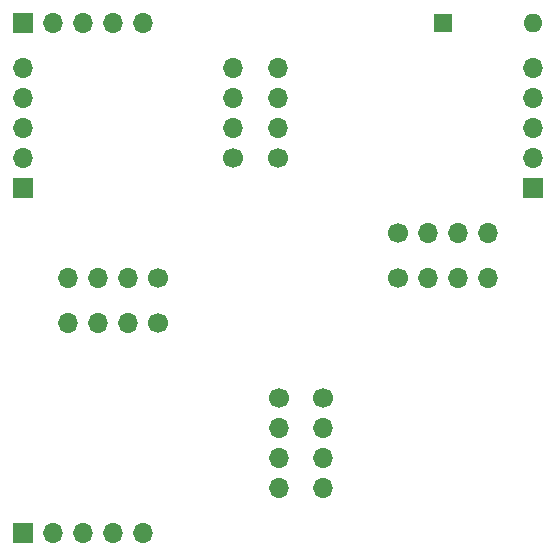
<source format=gts>
G04 #@! TF.GenerationSoftware,KiCad,Pcbnew,7.0.7*
G04 #@! TF.CreationDate,2024-02-28T11:49:36+01:00*
G04 #@! TF.ProjectId,bottom_test,626f7474-6f6d-45f7-9465-73742e6b6963,rev?*
G04 #@! TF.SameCoordinates,Original*
G04 #@! TF.FileFunction,Soldermask,Top*
G04 #@! TF.FilePolarity,Negative*
%FSLAX46Y46*%
G04 Gerber Fmt 4.6, Leading zero omitted, Abs format (unit mm)*
G04 Created by KiCad (PCBNEW 7.0.7) date 2024-02-28 11:49:36*
%MOMM*%
%LPD*%
G01*
G04 APERTURE LIST*
%ADD10C,1.700000*%
%ADD11O,1.700000X1.700000*%
%ADD12R,1.700000X1.700000*%
%ADD13R,1.600000X1.600000*%
%ADD14O,1.600000X1.600000*%
G04 APERTURE END LIST*
D10*
X52070000Y-41900000D03*
D11*
X52070000Y-39360000D03*
X52070000Y-36820000D03*
X52070000Y-34280000D03*
D12*
X30480000Y-44450000D03*
D11*
X30480000Y-41910000D03*
X30480000Y-39370000D03*
X30480000Y-36830000D03*
X30480000Y-34290000D03*
D10*
X41910000Y-55880000D03*
D11*
X39370000Y-55880000D03*
X36830000Y-55880000D03*
X34290000Y-55880000D03*
D12*
X30480000Y-73660000D03*
D11*
X33020000Y-73660000D03*
X35560000Y-73660000D03*
X38100000Y-73660000D03*
X40640000Y-73660000D03*
D13*
X66040000Y-30480000D03*
D14*
X73660000Y-30480000D03*
D12*
X30480000Y-30480000D03*
D11*
X33020000Y-30480000D03*
X35560000Y-30480000D03*
X38100000Y-30480000D03*
X40640000Y-30480000D03*
D10*
X55880000Y-62230000D03*
D11*
X55880000Y-64770000D03*
X55880000Y-67310000D03*
X55880000Y-69850000D03*
D10*
X52146700Y-62230000D03*
D11*
X52146700Y-64770000D03*
X52146700Y-67310000D03*
X52146700Y-69850000D03*
D12*
X73660000Y-44450000D03*
D11*
X73660000Y-41910000D03*
X73660000Y-39370000D03*
X73660000Y-36830000D03*
X73660000Y-34290000D03*
D10*
X62230000Y-52070000D03*
D11*
X64770000Y-52070000D03*
X67310000Y-52070000D03*
X69850000Y-52070000D03*
D10*
X48260000Y-41900000D03*
D11*
X48260000Y-39360000D03*
X48260000Y-36820000D03*
X48260000Y-34280000D03*
D10*
X41910000Y-52070000D03*
D11*
X39370000Y-52070000D03*
X36830000Y-52070000D03*
X34290000Y-52070000D03*
D10*
X62230000Y-48260000D03*
D11*
X64770000Y-48260000D03*
X67310000Y-48260000D03*
X69850000Y-48260000D03*
M02*

</source>
